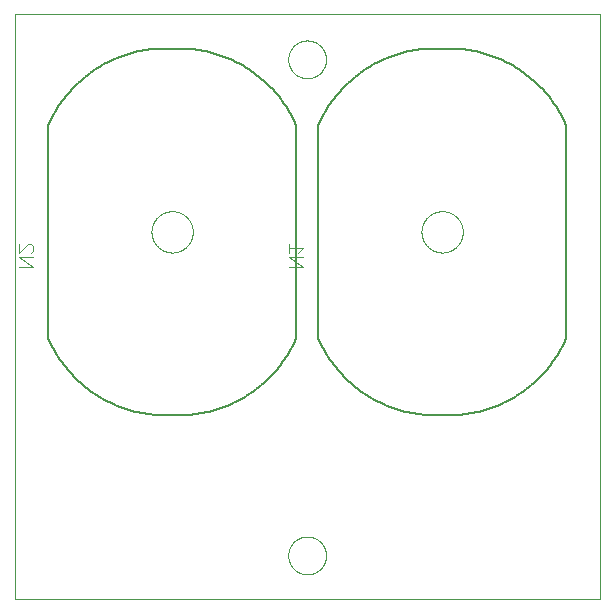
<source format=gbo>
G75*
%MOIN*%
%OFA0B0*%
%FSLAX25Y25*%
%IPPOS*%
%LPD*%
%AMOC8*
5,1,8,0,0,1.08239X$1,22.5*
%
%ADD10C,0.00000*%
%ADD11C,0.00500*%
%ADD12C,0.00400*%
D10*
X0001800Y0001800D02*
X0001800Y0196800D01*
X0196800Y0196800D01*
X0196800Y0001800D01*
X0001800Y0001800D01*
X0093001Y0016446D02*
X0093003Y0016604D01*
X0093009Y0016762D01*
X0093019Y0016920D01*
X0093033Y0017078D01*
X0093051Y0017235D01*
X0093072Y0017392D01*
X0093098Y0017548D01*
X0093128Y0017704D01*
X0093161Y0017859D01*
X0093199Y0018012D01*
X0093240Y0018165D01*
X0093285Y0018317D01*
X0093334Y0018468D01*
X0093387Y0018617D01*
X0093443Y0018765D01*
X0093503Y0018911D01*
X0093567Y0019056D01*
X0093635Y0019199D01*
X0093706Y0019341D01*
X0093780Y0019481D01*
X0093858Y0019618D01*
X0093940Y0019754D01*
X0094024Y0019888D01*
X0094113Y0020019D01*
X0094204Y0020148D01*
X0094299Y0020275D01*
X0094396Y0020400D01*
X0094497Y0020522D01*
X0094601Y0020641D01*
X0094708Y0020758D01*
X0094818Y0020872D01*
X0094931Y0020983D01*
X0095046Y0021092D01*
X0095164Y0021197D01*
X0095285Y0021299D01*
X0095408Y0021399D01*
X0095534Y0021495D01*
X0095662Y0021588D01*
X0095792Y0021678D01*
X0095925Y0021764D01*
X0096060Y0021848D01*
X0096196Y0021927D01*
X0096335Y0022004D01*
X0096476Y0022076D01*
X0096618Y0022146D01*
X0096762Y0022211D01*
X0096908Y0022273D01*
X0097055Y0022331D01*
X0097204Y0022386D01*
X0097354Y0022437D01*
X0097505Y0022484D01*
X0097657Y0022527D01*
X0097810Y0022566D01*
X0097965Y0022602D01*
X0098120Y0022633D01*
X0098276Y0022661D01*
X0098432Y0022685D01*
X0098589Y0022705D01*
X0098747Y0022721D01*
X0098904Y0022733D01*
X0099063Y0022741D01*
X0099221Y0022745D01*
X0099379Y0022745D01*
X0099537Y0022741D01*
X0099696Y0022733D01*
X0099853Y0022721D01*
X0100011Y0022705D01*
X0100168Y0022685D01*
X0100324Y0022661D01*
X0100480Y0022633D01*
X0100635Y0022602D01*
X0100790Y0022566D01*
X0100943Y0022527D01*
X0101095Y0022484D01*
X0101246Y0022437D01*
X0101396Y0022386D01*
X0101545Y0022331D01*
X0101692Y0022273D01*
X0101838Y0022211D01*
X0101982Y0022146D01*
X0102124Y0022076D01*
X0102265Y0022004D01*
X0102404Y0021927D01*
X0102540Y0021848D01*
X0102675Y0021764D01*
X0102808Y0021678D01*
X0102938Y0021588D01*
X0103066Y0021495D01*
X0103192Y0021399D01*
X0103315Y0021299D01*
X0103436Y0021197D01*
X0103554Y0021092D01*
X0103669Y0020983D01*
X0103782Y0020872D01*
X0103892Y0020758D01*
X0103999Y0020641D01*
X0104103Y0020522D01*
X0104204Y0020400D01*
X0104301Y0020275D01*
X0104396Y0020148D01*
X0104487Y0020019D01*
X0104576Y0019888D01*
X0104660Y0019754D01*
X0104742Y0019618D01*
X0104820Y0019481D01*
X0104894Y0019341D01*
X0104965Y0019199D01*
X0105033Y0019056D01*
X0105097Y0018911D01*
X0105157Y0018765D01*
X0105213Y0018617D01*
X0105266Y0018468D01*
X0105315Y0018317D01*
X0105360Y0018165D01*
X0105401Y0018012D01*
X0105439Y0017859D01*
X0105472Y0017704D01*
X0105502Y0017548D01*
X0105528Y0017392D01*
X0105549Y0017235D01*
X0105567Y0017078D01*
X0105581Y0016920D01*
X0105591Y0016762D01*
X0105597Y0016604D01*
X0105599Y0016446D01*
X0105597Y0016288D01*
X0105591Y0016130D01*
X0105581Y0015972D01*
X0105567Y0015814D01*
X0105549Y0015657D01*
X0105528Y0015500D01*
X0105502Y0015344D01*
X0105472Y0015188D01*
X0105439Y0015033D01*
X0105401Y0014880D01*
X0105360Y0014727D01*
X0105315Y0014575D01*
X0105266Y0014424D01*
X0105213Y0014275D01*
X0105157Y0014127D01*
X0105097Y0013981D01*
X0105033Y0013836D01*
X0104965Y0013693D01*
X0104894Y0013551D01*
X0104820Y0013411D01*
X0104742Y0013274D01*
X0104660Y0013138D01*
X0104576Y0013004D01*
X0104487Y0012873D01*
X0104396Y0012744D01*
X0104301Y0012617D01*
X0104204Y0012492D01*
X0104103Y0012370D01*
X0103999Y0012251D01*
X0103892Y0012134D01*
X0103782Y0012020D01*
X0103669Y0011909D01*
X0103554Y0011800D01*
X0103436Y0011695D01*
X0103315Y0011593D01*
X0103192Y0011493D01*
X0103066Y0011397D01*
X0102938Y0011304D01*
X0102808Y0011214D01*
X0102675Y0011128D01*
X0102540Y0011044D01*
X0102404Y0010965D01*
X0102265Y0010888D01*
X0102124Y0010816D01*
X0101982Y0010746D01*
X0101838Y0010681D01*
X0101692Y0010619D01*
X0101545Y0010561D01*
X0101396Y0010506D01*
X0101246Y0010455D01*
X0101095Y0010408D01*
X0100943Y0010365D01*
X0100790Y0010326D01*
X0100635Y0010290D01*
X0100480Y0010259D01*
X0100324Y0010231D01*
X0100168Y0010207D01*
X0100011Y0010187D01*
X0099853Y0010171D01*
X0099696Y0010159D01*
X0099537Y0010151D01*
X0099379Y0010147D01*
X0099221Y0010147D01*
X0099063Y0010151D01*
X0098904Y0010159D01*
X0098747Y0010171D01*
X0098589Y0010187D01*
X0098432Y0010207D01*
X0098276Y0010231D01*
X0098120Y0010259D01*
X0097965Y0010290D01*
X0097810Y0010326D01*
X0097657Y0010365D01*
X0097505Y0010408D01*
X0097354Y0010455D01*
X0097204Y0010506D01*
X0097055Y0010561D01*
X0096908Y0010619D01*
X0096762Y0010681D01*
X0096618Y0010746D01*
X0096476Y0010816D01*
X0096335Y0010888D01*
X0096196Y0010965D01*
X0096060Y0011044D01*
X0095925Y0011128D01*
X0095792Y0011214D01*
X0095662Y0011304D01*
X0095534Y0011397D01*
X0095408Y0011493D01*
X0095285Y0011593D01*
X0095164Y0011695D01*
X0095046Y0011800D01*
X0094931Y0011909D01*
X0094818Y0012020D01*
X0094708Y0012134D01*
X0094601Y0012251D01*
X0094497Y0012370D01*
X0094396Y0012492D01*
X0094299Y0012617D01*
X0094204Y0012744D01*
X0094113Y0012873D01*
X0094024Y0013004D01*
X0093940Y0013138D01*
X0093858Y0013274D01*
X0093780Y0013411D01*
X0093706Y0013551D01*
X0093635Y0013693D01*
X0093567Y0013836D01*
X0093503Y0013981D01*
X0093443Y0014127D01*
X0093387Y0014275D01*
X0093334Y0014424D01*
X0093285Y0014575D01*
X0093240Y0014727D01*
X0093199Y0014880D01*
X0093161Y0015033D01*
X0093128Y0015188D01*
X0093098Y0015344D01*
X0093072Y0015500D01*
X0093051Y0015657D01*
X0093033Y0015814D01*
X0093019Y0015972D01*
X0093009Y0016130D01*
X0093003Y0016288D01*
X0093001Y0016446D01*
X0047410Y0124300D02*
X0047412Y0124469D01*
X0047418Y0124638D01*
X0047429Y0124807D01*
X0047443Y0124975D01*
X0047462Y0125143D01*
X0047485Y0125311D01*
X0047511Y0125478D01*
X0047542Y0125644D01*
X0047577Y0125810D01*
X0047616Y0125974D01*
X0047660Y0126138D01*
X0047707Y0126300D01*
X0047758Y0126461D01*
X0047813Y0126621D01*
X0047872Y0126780D01*
X0047934Y0126937D01*
X0048001Y0127092D01*
X0048072Y0127246D01*
X0048146Y0127398D01*
X0048224Y0127548D01*
X0048305Y0127696D01*
X0048390Y0127842D01*
X0048479Y0127986D01*
X0048571Y0128128D01*
X0048667Y0128267D01*
X0048766Y0128404D01*
X0048868Y0128539D01*
X0048974Y0128671D01*
X0049083Y0128800D01*
X0049195Y0128927D01*
X0049310Y0129051D01*
X0049428Y0129172D01*
X0049549Y0129290D01*
X0049673Y0129405D01*
X0049800Y0129517D01*
X0049929Y0129626D01*
X0050061Y0129732D01*
X0050196Y0129834D01*
X0050333Y0129933D01*
X0050472Y0130029D01*
X0050614Y0130121D01*
X0050758Y0130210D01*
X0050904Y0130295D01*
X0051052Y0130376D01*
X0051202Y0130454D01*
X0051354Y0130528D01*
X0051508Y0130599D01*
X0051663Y0130666D01*
X0051820Y0130728D01*
X0051979Y0130787D01*
X0052139Y0130842D01*
X0052300Y0130893D01*
X0052462Y0130940D01*
X0052626Y0130984D01*
X0052790Y0131023D01*
X0052956Y0131058D01*
X0053122Y0131089D01*
X0053289Y0131115D01*
X0053457Y0131138D01*
X0053625Y0131157D01*
X0053793Y0131171D01*
X0053962Y0131182D01*
X0054131Y0131188D01*
X0054300Y0131190D01*
X0054469Y0131188D01*
X0054638Y0131182D01*
X0054807Y0131171D01*
X0054975Y0131157D01*
X0055143Y0131138D01*
X0055311Y0131115D01*
X0055478Y0131089D01*
X0055644Y0131058D01*
X0055810Y0131023D01*
X0055974Y0130984D01*
X0056138Y0130940D01*
X0056300Y0130893D01*
X0056461Y0130842D01*
X0056621Y0130787D01*
X0056780Y0130728D01*
X0056937Y0130666D01*
X0057092Y0130599D01*
X0057246Y0130528D01*
X0057398Y0130454D01*
X0057548Y0130376D01*
X0057696Y0130295D01*
X0057842Y0130210D01*
X0057986Y0130121D01*
X0058128Y0130029D01*
X0058267Y0129933D01*
X0058404Y0129834D01*
X0058539Y0129732D01*
X0058671Y0129626D01*
X0058800Y0129517D01*
X0058927Y0129405D01*
X0059051Y0129290D01*
X0059172Y0129172D01*
X0059290Y0129051D01*
X0059405Y0128927D01*
X0059517Y0128800D01*
X0059626Y0128671D01*
X0059732Y0128539D01*
X0059834Y0128404D01*
X0059933Y0128267D01*
X0060029Y0128128D01*
X0060121Y0127986D01*
X0060210Y0127842D01*
X0060295Y0127696D01*
X0060376Y0127548D01*
X0060454Y0127398D01*
X0060528Y0127246D01*
X0060599Y0127092D01*
X0060666Y0126937D01*
X0060728Y0126780D01*
X0060787Y0126621D01*
X0060842Y0126461D01*
X0060893Y0126300D01*
X0060940Y0126138D01*
X0060984Y0125974D01*
X0061023Y0125810D01*
X0061058Y0125644D01*
X0061089Y0125478D01*
X0061115Y0125311D01*
X0061138Y0125143D01*
X0061157Y0124975D01*
X0061171Y0124807D01*
X0061182Y0124638D01*
X0061188Y0124469D01*
X0061190Y0124300D01*
X0061188Y0124131D01*
X0061182Y0123962D01*
X0061171Y0123793D01*
X0061157Y0123625D01*
X0061138Y0123457D01*
X0061115Y0123289D01*
X0061089Y0123122D01*
X0061058Y0122956D01*
X0061023Y0122790D01*
X0060984Y0122626D01*
X0060940Y0122462D01*
X0060893Y0122300D01*
X0060842Y0122139D01*
X0060787Y0121979D01*
X0060728Y0121820D01*
X0060666Y0121663D01*
X0060599Y0121508D01*
X0060528Y0121354D01*
X0060454Y0121202D01*
X0060376Y0121052D01*
X0060295Y0120904D01*
X0060210Y0120758D01*
X0060121Y0120614D01*
X0060029Y0120472D01*
X0059933Y0120333D01*
X0059834Y0120196D01*
X0059732Y0120061D01*
X0059626Y0119929D01*
X0059517Y0119800D01*
X0059405Y0119673D01*
X0059290Y0119549D01*
X0059172Y0119428D01*
X0059051Y0119310D01*
X0058927Y0119195D01*
X0058800Y0119083D01*
X0058671Y0118974D01*
X0058539Y0118868D01*
X0058404Y0118766D01*
X0058267Y0118667D01*
X0058128Y0118571D01*
X0057986Y0118479D01*
X0057842Y0118390D01*
X0057696Y0118305D01*
X0057548Y0118224D01*
X0057398Y0118146D01*
X0057246Y0118072D01*
X0057092Y0118001D01*
X0056937Y0117934D01*
X0056780Y0117872D01*
X0056621Y0117813D01*
X0056461Y0117758D01*
X0056300Y0117707D01*
X0056138Y0117660D01*
X0055974Y0117616D01*
X0055810Y0117577D01*
X0055644Y0117542D01*
X0055478Y0117511D01*
X0055311Y0117485D01*
X0055143Y0117462D01*
X0054975Y0117443D01*
X0054807Y0117429D01*
X0054638Y0117418D01*
X0054469Y0117412D01*
X0054300Y0117410D01*
X0054131Y0117412D01*
X0053962Y0117418D01*
X0053793Y0117429D01*
X0053625Y0117443D01*
X0053457Y0117462D01*
X0053289Y0117485D01*
X0053122Y0117511D01*
X0052956Y0117542D01*
X0052790Y0117577D01*
X0052626Y0117616D01*
X0052462Y0117660D01*
X0052300Y0117707D01*
X0052139Y0117758D01*
X0051979Y0117813D01*
X0051820Y0117872D01*
X0051663Y0117934D01*
X0051508Y0118001D01*
X0051354Y0118072D01*
X0051202Y0118146D01*
X0051052Y0118224D01*
X0050904Y0118305D01*
X0050758Y0118390D01*
X0050614Y0118479D01*
X0050472Y0118571D01*
X0050333Y0118667D01*
X0050196Y0118766D01*
X0050061Y0118868D01*
X0049929Y0118974D01*
X0049800Y0119083D01*
X0049673Y0119195D01*
X0049549Y0119310D01*
X0049428Y0119428D01*
X0049310Y0119549D01*
X0049195Y0119673D01*
X0049083Y0119800D01*
X0048974Y0119929D01*
X0048868Y0120061D01*
X0048766Y0120196D01*
X0048667Y0120333D01*
X0048571Y0120472D01*
X0048479Y0120614D01*
X0048390Y0120758D01*
X0048305Y0120904D01*
X0048224Y0121052D01*
X0048146Y0121202D01*
X0048072Y0121354D01*
X0048001Y0121508D01*
X0047934Y0121663D01*
X0047872Y0121820D01*
X0047813Y0121979D01*
X0047758Y0122139D01*
X0047707Y0122300D01*
X0047660Y0122462D01*
X0047616Y0122626D01*
X0047577Y0122790D01*
X0047542Y0122956D01*
X0047511Y0123122D01*
X0047485Y0123289D01*
X0047462Y0123457D01*
X0047443Y0123625D01*
X0047429Y0123793D01*
X0047418Y0123962D01*
X0047412Y0124131D01*
X0047410Y0124300D01*
X0093001Y0181800D02*
X0093003Y0181958D01*
X0093009Y0182116D01*
X0093019Y0182274D01*
X0093033Y0182432D01*
X0093051Y0182589D01*
X0093072Y0182746D01*
X0093098Y0182902D01*
X0093128Y0183058D01*
X0093161Y0183213D01*
X0093199Y0183366D01*
X0093240Y0183519D01*
X0093285Y0183671D01*
X0093334Y0183822D01*
X0093387Y0183971D01*
X0093443Y0184119D01*
X0093503Y0184265D01*
X0093567Y0184410D01*
X0093635Y0184553D01*
X0093706Y0184695D01*
X0093780Y0184835D01*
X0093858Y0184972D01*
X0093940Y0185108D01*
X0094024Y0185242D01*
X0094113Y0185373D01*
X0094204Y0185502D01*
X0094299Y0185629D01*
X0094396Y0185754D01*
X0094497Y0185876D01*
X0094601Y0185995D01*
X0094708Y0186112D01*
X0094818Y0186226D01*
X0094931Y0186337D01*
X0095046Y0186446D01*
X0095164Y0186551D01*
X0095285Y0186653D01*
X0095408Y0186753D01*
X0095534Y0186849D01*
X0095662Y0186942D01*
X0095792Y0187032D01*
X0095925Y0187118D01*
X0096060Y0187202D01*
X0096196Y0187281D01*
X0096335Y0187358D01*
X0096476Y0187430D01*
X0096618Y0187500D01*
X0096762Y0187565D01*
X0096908Y0187627D01*
X0097055Y0187685D01*
X0097204Y0187740D01*
X0097354Y0187791D01*
X0097505Y0187838D01*
X0097657Y0187881D01*
X0097810Y0187920D01*
X0097965Y0187956D01*
X0098120Y0187987D01*
X0098276Y0188015D01*
X0098432Y0188039D01*
X0098589Y0188059D01*
X0098747Y0188075D01*
X0098904Y0188087D01*
X0099063Y0188095D01*
X0099221Y0188099D01*
X0099379Y0188099D01*
X0099537Y0188095D01*
X0099696Y0188087D01*
X0099853Y0188075D01*
X0100011Y0188059D01*
X0100168Y0188039D01*
X0100324Y0188015D01*
X0100480Y0187987D01*
X0100635Y0187956D01*
X0100790Y0187920D01*
X0100943Y0187881D01*
X0101095Y0187838D01*
X0101246Y0187791D01*
X0101396Y0187740D01*
X0101545Y0187685D01*
X0101692Y0187627D01*
X0101838Y0187565D01*
X0101982Y0187500D01*
X0102124Y0187430D01*
X0102265Y0187358D01*
X0102404Y0187281D01*
X0102540Y0187202D01*
X0102675Y0187118D01*
X0102808Y0187032D01*
X0102938Y0186942D01*
X0103066Y0186849D01*
X0103192Y0186753D01*
X0103315Y0186653D01*
X0103436Y0186551D01*
X0103554Y0186446D01*
X0103669Y0186337D01*
X0103782Y0186226D01*
X0103892Y0186112D01*
X0103999Y0185995D01*
X0104103Y0185876D01*
X0104204Y0185754D01*
X0104301Y0185629D01*
X0104396Y0185502D01*
X0104487Y0185373D01*
X0104576Y0185242D01*
X0104660Y0185108D01*
X0104742Y0184972D01*
X0104820Y0184835D01*
X0104894Y0184695D01*
X0104965Y0184553D01*
X0105033Y0184410D01*
X0105097Y0184265D01*
X0105157Y0184119D01*
X0105213Y0183971D01*
X0105266Y0183822D01*
X0105315Y0183671D01*
X0105360Y0183519D01*
X0105401Y0183366D01*
X0105439Y0183213D01*
X0105472Y0183058D01*
X0105502Y0182902D01*
X0105528Y0182746D01*
X0105549Y0182589D01*
X0105567Y0182432D01*
X0105581Y0182274D01*
X0105591Y0182116D01*
X0105597Y0181958D01*
X0105599Y0181800D01*
X0105597Y0181642D01*
X0105591Y0181484D01*
X0105581Y0181326D01*
X0105567Y0181168D01*
X0105549Y0181011D01*
X0105528Y0180854D01*
X0105502Y0180698D01*
X0105472Y0180542D01*
X0105439Y0180387D01*
X0105401Y0180234D01*
X0105360Y0180081D01*
X0105315Y0179929D01*
X0105266Y0179778D01*
X0105213Y0179629D01*
X0105157Y0179481D01*
X0105097Y0179335D01*
X0105033Y0179190D01*
X0104965Y0179047D01*
X0104894Y0178905D01*
X0104820Y0178765D01*
X0104742Y0178628D01*
X0104660Y0178492D01*
X0104576Y0178358D01*
X0104487Y0178227D01*
X0104396Y0178098D01*
X0104301Y0177971D01*
X0104204Y0177846D01*
X0104103Y0177724D01*
X0103999Y0177605D01*
X0103892Y0177488D01*
X0103782Y0177374D01*
X0103669Y0177263D01*
X0103554Y0177154D01*
X0103436Y0177049D01*
X0103315Y0176947D01*
X0103192Y0176847D01*
X0103066Y0176751D01*
X0102938Y0176658D01*
X0102808Y0176568D01*
X0102675Y0176482D01*
X0102540Y0176398D01*
X0102404Y0176319D01*
X0102265Y0176242D01*
X0102124Y0176170D01*
X0101982Y0176100D01*
X0101838Y0176035D01*
X0101692Y0175973D01*
X0101545Y0175915D01*
X0101396Y0175860D01*
X0101246Y0175809D01*
X0101095Y0175762D01*
X0100943Y0175719D01*
X0100790Y0175680D01*
X0100635Y0175644D01*
X0100480Y0175613D01*
X0100324Y0175585D01*
X0100168Y0175561D01*
X0100011Y0175541D01*
X0099853Y0175525D01*
X0099696Y0175513D01*
X0099537Y0175505D01*
X0099379Y0175501D01*
X0099221Y0175501D01*
X0099063Y0175505D01*
X0098904Y0175513D01*
X0098747Y0175525D01*
X0098589Y0175541D01*
X0098432Y0175561D01*
X0098276Y0175585D01*
X0098120Y0175613D01*
X0097965Y0175644D01*
X0097810Y0175680D01*
X0097657Y0175719D01*
X0097505Y0175762D01*
X0097354Y0175809D01*
X0097204Y0175860D01*
X0097055Y0175915D01*
X0096908Y0175973D01*
X0096762Y0176035D01*
X0096618Y0176100D01*
X0096476Y0176170D01*
X0096335Y0176242D01*
X0096196Y0176319D01*
X0096060Y0176398D01*
X0095925Y0176482D01*
X0095792Y0176568D01*
X0095662Y0176658D01*
X0095534Y0176751D01*
X0095408Y0176847D01*
X0095285Y0176947D01*
X0095164Y0177049D01*
X0095046Y0177154D01*
X0094931Y0177263D01*
X0094818Y0177374D01*
X0094708Y0177488D01*
X0094601Y0177605D01*
X0094497Y0177724D01*
X0094396Y0177846D01*
X0094299Y0177971D01*
X0094204Y0178098D01*
X0094113Y0178227D01*
X0094024Y0178358D01*
X0093940Y0178492D01*
X0093858Y0178628D01*
X0093780Y0178765D01*
X0093706Y0178905D01*
X0093635Y0179047D01*
X0093567Y0179190D01*
X0093503Y0179335D01*
X0093443Y0179481D01*
X0093387Y0179629D01*
X0093334Y0179778D01*
X0093285Y0179929D01*
X0093240Y0180081D01*
X0093199Y0180234D01*
X0093161Y0180387D01*
X0093128Y0180542D01*
X0093098Y0180698D01*
X0093072Y0180854D01*
X0093051Y0181011D01*
X0093033Y0181168D01*
X0093019Y0181326D01*
X0093009Y0181484D01*
X0093003Y0181642D01*
X0093001Y0181800D01*
X0137410Y0124300D02*
X0137412Y0124469D01*
X0137418Y0124638D01*
X0137429Y0124807D01*
X0137443Y0124975D01*
X0137462Y0125143D01*
X0137485Y0125311D01*
X0137511Y0125478D01*
X0137542Y0125644D01*
X0137577Y0125810D01*
X0137616Y0125974D01*
X0137660Y0126138D01*
X0137707Y0126300D01*
X0137758Y0126461D01*
X0137813Y0126621D01*
X0137872Y0126780D01*
X0137934Y0126937D01*
X0138001Y0127092D01*
X0138072Y0127246D01*
X0138146Y0127398D01*
X0138224Y0127548D01*
X0138305Y0127696D01*
X0138390Y0127842D01*
X0138479Y0127986D01*
X0138571Y0128128D01*
X0138667Y0128267D01*
X0138766Y0128404D01*
X0138868Y0128539D01*
X0138974Y0128671D01*
X0139083Y0128800D01*
X0139195Y0128927D01*
X0139310Y0129051D01*
X0139428Y0129172D01*
X0139549Y0129290D01*
X0139673Y0129405D01*
X0139800Y0129517D01*
X0139929Y0129626D01*
X0140061Y0129732D01*
X0140196Y0129834D01*
X0140333Y0129933D01*
X0140472Y0130029D01*
X0140614Y0130121D01*
X0140758Y0130210D01*
X0140904Y0130295D01*
X0141052Y0130376D01*
X0141202Y0130454D01*
X0141354Y0130528D01*
X0141508Y0130599D01*
X0141663Y0130666D01*
X0141820Y0130728D01*
X0141979Y0130787D01*
X0142139Y0130842D01*
X0142300Y0130893D01*
X0142462Y0130940D01*
X0142626Y0130984D01*
X0142790Y0131023D01*
X0142956Y0131058D01*
X0143122Y0131089D01*
X0143289Y0131115D01*
X0143457Y0131138D01*
X0143625Y0131157D01*
X0143793Y0131171D01*
X0143962Y0131182D01*
X0144131Y0131188D01*
X0144300Y0131190D01*
X0144469Y0131188D01*
X0144638Y0131182D01*
X0144807Y0131171D01*
X0144975Y0131157D01*
X0145143Y0131138D01*
X0145311Y0131115D01*
X0145478Y0131089D01*
X0145644Y0131058D01*
X0145810Y0131023D01*
X0145974Y0130984D01*
X0146138Y0130940D01*
X0146300Y0130893D01*
X0146461Y0130842D01*
X0146621Y0130787D01*
X0146780Y0130728D01*
X0146937Y0130666D01*
X0147092Y0130599D01*
X0147246Y0130528D01*
X0147398Y0130454D01*
X0147548Y0130376D01*
X0147696Y0130295D01*
X0147842Y0130210D01*
X0147986Y0130121D01*
X0148128Y0130029D01*
X0148267Y0129933D01*
X0148404Y0129834D01*
X0148539Y0129732D01*
X0148671Y0129626D01*
X0148800Y0129517D01*
X0148927Y0129405D01*
X0149051Y0129290D01*
X0149172Y0129172D01*
X0149290Y0129051D01*
X0149405Y0128927D01*
X0149517Y0128800D01*
X0149626Y0128671D01*
X0149732Y0128539D01*
X0149834Y0128404D01*
X0149933Y0128267D01*
X0150029Y0128128D01*
X0150121Y0127986D01*
X0150210Y0127842D01*
X0150295Y0127696D01*
X0150376Y0127548D01*
X0150454Y0127398D01*
X0150528Y0127246D01*
X0150599Y0127092D01*
X0150666Y0126937D01*
X0150728Y0126780D01*
X0150787Y0126621D01*
X0150842Y0126461D01*
X0150893Y0126300D01*
X0150940Y0126138D01*
X0150984Y0125974D01*
X0151023Y0125810D01*
X0151058Y0125644D01*
X0151089Y0125478D01*
X0151115Y0125311D01*
X0151138Y0125143D01*
X0151157Y0124975D01*
X0151171Y0124807D01*
X0151182Y0124638D01*
X0151188Y0124469D01*
X0151190Y0124300D01*
X0151188Y0124131D01*
X0151182Y0123962D01*
X0151171Y0123793D01*
X0151157Y0123625D01*
X0151138Y0123457D01*
X0151115Y0123289D01*
X0151089Y0123122D01*
X0151058Y0122956D01*
X0151023Y0122790D01*
X0150984Y0122626D01*
X0150940Y0122462D01*
X0150893Y0122300D01*
X0150842Y0122139D01*
X0150787Y0121979D01*
X0150728Y0121820D01*
X0150666Y0121663D01*
X0150599Y0121508D01*
X0150528Y0121354D01*
X0150454Y0121202D01*
X0150376Y0121052D01*
X0150295Y0120904D01*
X0150210Y0120758D01*
X0150121Y0120614D01*
X0150029Y0120472D01*
X0149933Y0120333D01*
X0149834Y0120196D01*
X0149732Y0120061D01*
X0149626Y0119929D01*
X0149517Y0119800D01*
X0149405Y0119673D01*
X0149290Y0119549D01*
X0149172Y0119428D01*
X0149051Y0119310D01*
X0148927Y0119195D01*
X0148800Y0119083D01*
X0148671Y0118974D01*
X0148539Y0118868D01*
X0148404Y0118766D01*
X0148267Y0118667D01*
X0148128Y0118571D01*
X0147986Y0118479D01*
X0147842Y0118390D01*
X0147696Y0118305D01*
X0147548Y0118224D01*
X0147398Y0118146D01*
X0147246Y0118072D01*
X0147092Y0118001D01*
X0146937Y0117934D01*
X0146780Y0117872D01*
X0146621Y0117813D01*
X0146461Y0117758D01*
X0146300Y0117707D01*
X0146138Y0117660D01*
X0145974Y0117616D01*
X0145810Y0117577D01*
X0145644Y0117542D01*
X0145478Y0117511D01*
X0145311Y0117485D01*
X0145143Y0117462D01*
X0144975Y0117443D01*
X0144807Y0117429D01*
X0144638Y0117418D01*
X0144469Y0117412D01*
X0144300Y0117410D01*
X0144131Y0117412D01*
X0143962Y0117418D01*
X0143793Y0117429D01*
X0143625Y0117443D01*
X0143457Y0117462D01*
X0143289Y0117485D01*
X0143122Y0117511D01*
X0142956Y0117542D01*
X0142790Y0117577D01*
X0142626Y0117616D01*
X0142462Y0117660D01*
X0142300Y0117707D01*
X0142139Y0117758D01*
X0141979Y0117813D01*
X0141820Y0117872D01*
X0141663Y0117934D01*
X0141508Y0118001D01*
X0141354Y0118072D01*
X0141202Y0118146D01*
X0141052Y0118224D01*
X0140904Y0118305D01*
X0140758Y0118390D01*
X0140614Y0118479D01*
X0140472Y0118571D01*
X0140333Y0118667D01*
X0140196Y0118766D01*
X0140061Y0118868D01*
X0139929Y0118974D01*
X0139800Y0119083D01*
X0139673Y0119195D01*
X0139549Y0119310D01*
X0139428Y0119428D01*
X0139310Y0119549D01*
X0139195Y0119673D01*
X0139083Y0119800D01*
X0138974Y0119929D01*
X0138868Y0120061D01*
X0138766Y0120196D01*
X0138667Y0120333D01*
X0138571Y0120472D01*
X0138479Y0120614D01*
X0138390Y0120758D01*
X0138305Y0120904D01*
X0138224Y0121052D01*
X0138146Y0121202D01*
X0138072Y0121354D01*
X0138001Y0121508D01*
X0137934Y0121663D01*
X0137872Y0121820D01*
X0137813Y0121979D01*
X0137758Y0122139D01*
X0137707Y0122300D01*
X0137660Y0122462D01*
X0137616Y0122626D01*
X0137577Y0122790D01*
X0137542Y0122956D01*
X0137511Y0123122D01*
X0137485Y0123289D01*
X0137462Y0123457D01*
X0137443Y0123625D01*
X0137429Y0123793D01*
X0137418Y0123962D01*
X0137412Y0124131D01*
X0137410Y0124300D01*
D11*
X0102961Y0088866D02*
X0103381Y0087920D01*
X0103824Y0086984D01*
X0104290Y0086059D01*
X0104779Y0085146D01*
X0105289Y0084245D01*
X0105822Y0083357D01*
X0106376Y0082482D01*
X0106951Y0081621D01*
X0107547Y0080774D01*
X0108164Y0079942D01*
X0108800Y0079125D01*
X0109457Y0078324D01*
X0110133Y0077540D01*
X0110827Y0076772D01*
X0111541Y0076021D01*
X0112272Y0075288D01*
X0113021Y0074573D01*
X0113788Y0073877D01*
X0114571Y0073199D01*
X0115371Y0072541D01*
X0116186Y0071903D01*
X0117017Y0071285D01*
X0117862Y0070687D01*
X0118722Y0070110D01*
X0119596Y0069554D01*
X0120483Y0069020D01*
X0121383Y0068507D01*
X0122295Y0068017D01*
X0123219Y0067549D01*
X0124154Y0067104D01*
X0125100Y0066682D01*
X0126055Y0066283D01*
X0127020Y0065907D01*
X0127994Y0065556D01*
X0128977Y0065228D01*
X0129967Y0064924D01*
X0130964Y0064644D01*
X0131967Y0064389D01*
X0132977Y0064159D01*
X0133992Y0063953D01*
X0135011Y0063772D01*
X0136035Y0063616D01*
X0137063Y0063485D01*
X0138093Y0063380D01*
X0139125Y0063299D01*
X0140159Y0063244D01*
X0141194Y0063214D01*
X0142230Y0063209D01*
X0143265Y0063230D01*
X0144300Y0063276D01*
X0102961Y0088867D02*
X0102961Y0159733D01*
X0095639Y0159733D02*
X0095639Y0088867D01*
X0095639Y0088866D02*
X0095219Y0087920D01*
X0094776Y0086984D01*
X0094310Y0086059D01*
X0093821Y0085146D01*
X0093311Y0084245D01*
X0092778Y0083357D01*
X0092224Y0082482D01*
X0091649Y0081621D01*
X0091053Y0080774D01*
X0090436Y0079942D01*
X0089800Y0079125D01*
X0089143Y0078324D01*
X0088467Y0077540D01*
X0087773Y0076772D01*
X0087059Y0076021D01*
X0086328Y0075288D01*
X0085579Y0074573D01*
X0084812Y0073877D01*
X0084029Y0073199D01*
X0083229Y0072541D01*
X0082414Y0071903D01*
X0081583Y0071285D01*
X0080738Y0070687D01*
X0079878Y0070110D01*
X0079004Y0069554D01*
X0078117Y0069020D01*
X0077217Y0068507D01*
X0076305Y0068017D01*
X0075381Y0067549D01*
X0074446Y0067104D01*
X0073500Y0066682D01*
X0072545Y0066283D01*
X0071580Y0065907D01*
X0070606Y0065556D01*
X0069623Y0065228D01*
X0068633Y0064924D01*
X0067636Y0064644D01*
X0066633Y0064389D01*
X0065623Y0064159D01*
X0064608Y0063953D01*
X0063589Y0063772D01*
X0062565Y0063616D01*
X0061537Y0063485D01*
X0060507Y0063380D01*
X0059475Y0063299D01*
X0058441Y0063244D01*
X0057406Y0063214D01*
X0056370Y0063209D01*
X0055335Y0063230D01*
X0054300Y0063276D01*
X0012961Y0088867D02*
X0012961Y0159733D01*
X0012961Y0159734D02*
X0013381Y0160680D01*
X0013824Y0161616D01*
X0014290Y0162541D01*
X0014779Y0163454D01*
X0015289Y0164355D01*
X0015822Y0165243D01*
X0016376Y0166118D01*
X0016951Y0166979D01*
X0017547Y0167826D01*
X0018164Y0168658D01*
X0018800Y0169475D01*
X0019457Y0170276D01*
X0020133Y0171060D01*
X0020827Y0171828D01*
X0021541Y0172579D01*
X0022272Y0173312D01*
X0023021Y0174027D01*
X0023788Y0174723D01*
X0024571Y0175401D01*
X0025371Y0176059D01*
X0026186Y0176697D01*
X0027017Y0177315D01*
X0027862Y0177913D01*
X0028722Y0178490D01*
X0029596Y0179046D01*
X0030483Y0179580D01*
X0031383Y0180093D01*
X0032295Y0180583D01*
X0033219Y0181051D01*
X0034154Y0181496D01*
X0035100Y0181918D01*
X0036055Y0182317D01*
X0037020Y0182693D01*
X0037994Y0183044D01*
X0038977Y0183372D01*
X0039967Y0183676D01*
X0040964Y0183956D01*
X0041967Y0184211D01*
X0042977Y0184441D01*
X0043992Y0184647D01*
X0045011Y0184828D01*
X0046035Y0184984D01*
X0047063Y0185115D01*
X0048093Y0185220D01*
X0049125Y0185301D01*
X0050159Y0185356D01*
X0051194Y0185386D01*
X0052230Y0185391D01*
X0053265Y0185370D01*
X0054300Y0185324D01*
X0055335Y0185370D01*
X0056370Y0185391D01*
X0057406Y0185386D01*
X0058441Y0185356D01*
X0059475Y0185301D01*
X0060507Y0185220D01*
X0061537Y0185115D01*
X0062565Y0184984D01*
X0063589Y0184828D01*
X0064608Y0184647D01*
X0065623Y0184441D01*
X0066633Y0184211D01*
X0067636Y0183956D01*
X0068633Y0183676D01*
X0069623Y0183372D01*
X0070606Y0183044D01*
X0071580Y0182693D01*
X0072545Y0182317D01*
X0073500Y0181918D01*
X0074446Y0181496D01*
X0075381Y0181051D01*
X0076305Y0180583D01*
X0077217Y0180093D01*
X0078117Y0179580D01*
X0079004Y0179046D01*
X0079878Y0178490D01*
X0080738Y0177913D01*
X0081583Y0177315D01*
X0082414Y0176697D01*
X0083229Y0176059D01*
X0084029Y0175401D01*
X0084812Y0174723D01*
X0085579Y0174027D01*
X0086328Y0173312D01*
X0087059Y0172579D01*
X0087773Y0171828D01*
X0088467Y0171060D01*
X0089143Y0170276D01*
X0089800Y0169475D01*
X0090436Y0168658D01*
X0091053Y0167826D01*
X0091649Y0166979D01*
X0092224Y0166118D01*
X0092778Y0165243D01*
X0093311Y0164355D01*
X0093821Y0163454D01*
X0094310Y0162541D01*
X0094776Y0161616D01*
X0095219Y0160680D01*
X0095639Y0159734D01*
X0102961Y0159734D02*
X0103381Y0160680D01*
X0103824Y0161616D01*
X0104290Y0162541D01*
X0104779Y0163454D01*
X0105289Y0164355D01*
X0105822Y0165243D01*
X0106376Y0166118D01*
X0106951Y0166979D01*
X0107547Y0167826D01*
X0108164Y0168658D01*
X0108800Y0169475D01*
X0109457Y0170276D01*
X0110133Y0171060D01*
X0110827Y0171828D01*
X0111541Y0172579D01*
X0112272Y0173312D01*
X0113021Y0174027D01*
X0113788Y0174723D01*
X0114571Y0175401D01*
X0115371Y0176059D01*
X0116186Y0176697D01*
X0117017Y0177315D01*
X0117862Y0177913D01*
X0118722Y0178490D01*
X0119596Y0179046D01*
X0120483Y0179580D01*
X0121383Y0180093D01*
X0122295Y0180583D01*
X0123219Y0181051D01*
X0124154Y0181496D01*
X0125100Y0181918D01*
X0126055Y0182317D01*
X0127020Y0182693D01*
X0127994Y0183044D01*
X0128977Y0183372D01*
X0129967Y0183676D01*
X0130964Y0183956D01*
X0131967Y0184211D01*
X0132977Y0184441D01*
X0133992Y0184647D01*
X0135011Y0184828D01*
X0136035Y0184984D01*
X0137063Y0185115D01*
X0138093Y0185220D01*
X0139125Y0185301D01*
X0140159Y0185356D01*
X0141194Y0185386D01*
X0142230Y0185391D01*
X0143265Y0185370D01*
X0144300Y0185324D01*
X0145335Y0185370D01*
X0146370Y0185391D01*
X0147406Y0185386D01*
X0148441Y0185356D01*
X0149475Y0185301D01*
X0150507Y0185220D01*
X0151537Y0185115D01*
X0152565Y0184984D01*
X0153589Y0184828D01*
X0154608Y0184647D01*
X0155623Y0184441D01*
X0156633Y0184211D01*
X0157636Y0183956D01*
X0158633Y0183676D01*
X0159623Y0183372D01*
X0160606Y0183044D01*
X0161580Y0182693D01*
X0162545Y0182317D01*
X0163500Y0181918D01*
X0164446Y0181496D01*
X0165381Y0181051D01*
X0166305Y0180583D01*
X0167217Y0180093D01*
X0168117Y0179580D01*
X0169004Y0179046D01*
X0169878Y0178490D01*
X0170738Y0177913D01*
X0171583Y0177315D01*
X0172414Y0176697D01*
X0173229Y0176059D01*
X0174029Y0175401D01*
X0174812Y0174723D01*
X0175579Y0174027D01*
X0176328Y0173312D01*
X0177059Y0172579D01*
X0177773Y0171828D01*
X0178467Y0171060D01*
X0179143Y0170276D01*
X0179800Y0169475D01*
X0180436Y0168658D01*
X0181053Y0167826D01*
X0181649Y0166979D01*
X0182224Y0166118D01*
X0182778Y0165243D01*
X0183311Y0164355D01*
X0183821Y0163454D01*
X0184310Y0162541D01*
X0184776Y0161616D01*
X0185219Y0160680D01*
X0185639Y0159734D01*
X0185639Y0159733D02*
X0185639Y0088867D01*
X0185639Y0088866D02*
X0185219Y0087920D01*
X0184776Y0086984D01*
X0184310Y0086059D01*
X0183821Y0085146D01*
X0183311Y0084245D01*
X0182778Y0083357D01*
X0182224Y0082482D01*
X0181649Y0081621D01*
X0181053Y0080774D01*
X0180436Y0079942D01*
X0179800Y0079125D01*
X0179143Y0078324D01*
X0178467Y0077540D01*
X0177773Y0076772D01*
X0177059Y0076021D01*
X0176328Y0075288D01*
X0175579Y0074573D01*
X0174812Y0073877D01*
X0174029Y0073199D01*
X0173229Y0072541D01*
X0172414Y0071903D01*
X0171583Y0071285D01*
X0170738Y0070687D01*
X0169878Y0070110D01*
X0169004Y0069554D01*
X0168117Y0069020D01*
X0167217Y0068507D01*
X0166305Y0068017D01*
X0165381Y0067549D01*
X0164446Y0067104D01*
X0163500Y0066682D01*
X0162545Y0066283D01*
X0161580Y0065907D01*
X0160606Y0065556D01*
X0159623Y0065228D01*
X0158633Y0064924D01*
X0157636Y0064644D01*
X0156633Y0064389D01*
X0155623Y0064159D01*
X0154608Y0063953D01*
X0153589Y0063772D01*
X0152565Y0063616D01*
X0151537Y0063485D01*
X0150507Y0063380D01*
X0149475Y0063299D01*
X0148441Y0063244D01*
X0147406Y0063214D01*
X0146370Y0063209D01*
X0145335Y0063230D01*
X0144300Y0063276D01*
X0054300Y0063276D02*
X0053265Y0063230D01*
X0052230Y0063209D01*
X0051194Y0063214D01*
X0050159Y0063244D01*
X0049125Y0063299D01*
X0048093Y0063380D01*
X0047063Y0063485D01*
X0046035Y0063616D01*
X0045011Y0063772D01*
X0043992Y0063953D01*
X0042977Y0064159D01*
X0041967Y0064389D01*
X0040964Y0064644D01*
X0039967Y0064924D01*
X0038977Y0065228D01*
X0037994Y0065556D01*
X0037020Y0065907D01*
X0036055Y0066283D01*
X0035100Y0066682D01*
X0034154Y0067104D01*
X0033219Y0067549D01*
X0032295Y0068017D01*
X0031383Y0068507D01*
X0030483Y0069020D01*
X0029596Y0069554D01*
X0028722Y0070110D01*
X0027862Y0070687D01*
X0027017Y0071285D01*
X0026186Y0071903D01*
X0025371Y0072541D01*
X0024571Y0073199D01*
X0023788Y0073877D01*
X0023021Y0074573D01*
X0022272Y0075288D01*
X0021541Y0076021D01*
X0020827Y0076772D01*
X0020133Y0077540D01*
X0019457Y0078324D01*
X0018800Y0079125D01*
X0018164Y0079942D01*
X0017547Y0080774D01*
X0016951Y0081621D01*
X0016376Y0082482D01*
X0015822Y0083357D01*
X0015289Y0084245D01*
X0014779Y0085146D01*
X0014290Y0086059D01*
X0013824Y0086984D01*
X0013381Y0087920D01*
X0012961Y0088866D01*
D12*
X0007923Y0112689D02*
X0003319Y0112689D01*
X0003319Y0115758D02*
X0007923Y0115758D01*
X0007155Y0117293D02*
X0007923Y0118060D01*
X0007923Y0119595D01*
X0007155Y0120362D01*
X0006388Y0120362D01*
X0003319Y0117293D01*
X0003319Y0120362D01*
X0003319Y0115758D02*
X0007923Y0112689D01*
X0093319Y0112689D02*
X0097923Y0112689D01*
X0093319Y0115758D01*
X0097923Y0115758D01*
X0096388Y0117293D02*
X0097923Y0118828D01*
X0093319Y0118828D01*
X0093319Y0120362D02*
X0093319Y0117293D01*
M02*

</source>
